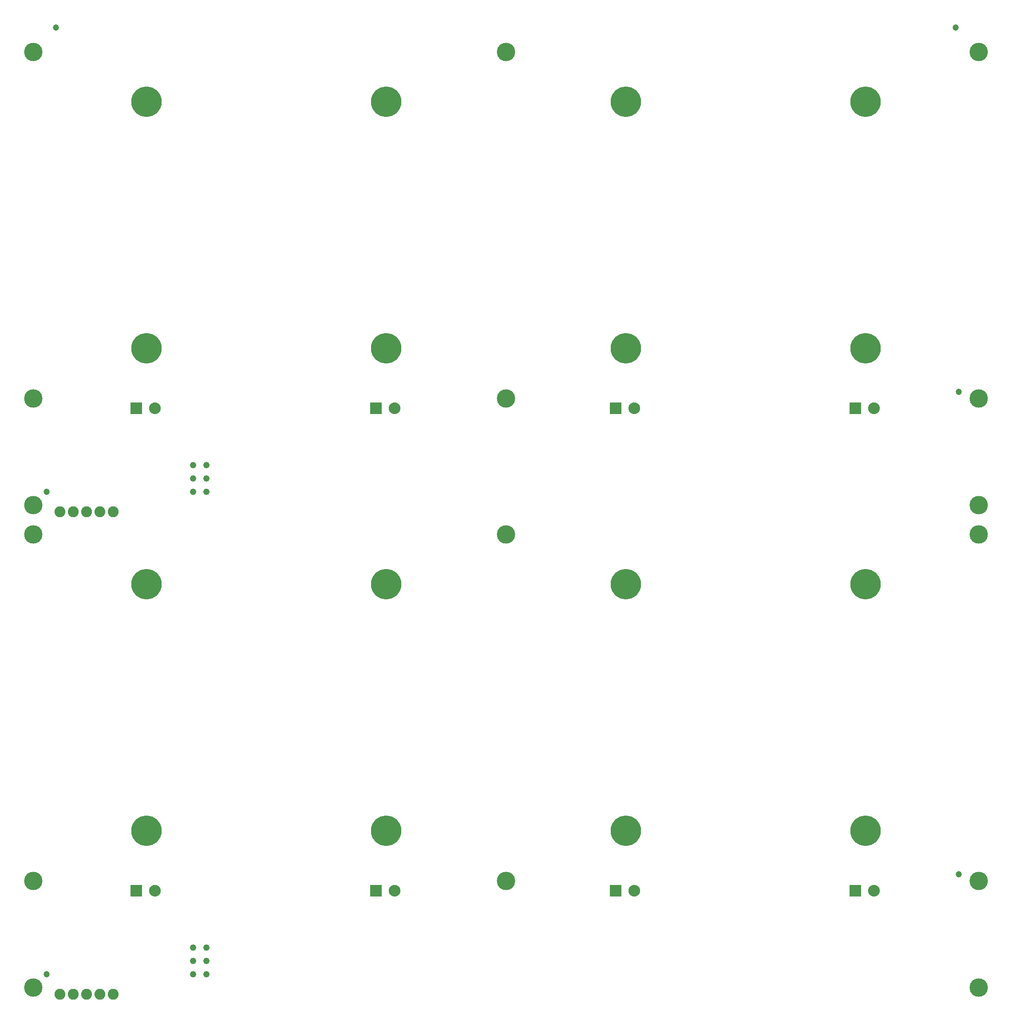
<source format=gbs>
G04 EAGLE Gerber RS-274X export*
G75*
%MOMM*%
%FSLAX34Y34*%
%LPD*%
%INSoldermask Bottom*%
%IPPOS*%
%AMOC8*
5,1,8,0,0,1.08239X$1,22.5*%
G01*
%ADD10C,1.203200*%
%ADD11C,2.082800*%
%ADD12C,1.221313*%
%ADD13C,3.505200*%
%ADD14R,2.235200X2.235200*%
%ADD15C,2.235200*%
%ADD16C,5.803200*%


D10*
X1790700Y241300D03*
X50800Y50800D03*
D11*
X152400Y12700D03*
X127000Y12700D03*
X101600Y12700D03*
X76200Y12700D03*
D12*
X355600Y50800D03*
X355600Y76200D03*
X355600Y101600D03*
X330200Y50800D03*
X330200Y76200D03*
X330200Y101600D03*
D13*
X1828800Y25400D03*
X25400Y228600D03*
X25400Y25400D03*
X1828800Y228600D03*
D14*
X1136650Y209550D03*
D15*
X1171650Y209550D03*
D16*
X1155700Y323800D03*
X1155700Y793700D03*
D14*
X1593850Y209550D03*
D15*
X1628850Y209550D03*
D16*
X1612900Y323800D03*
X1612900Y793700D03*
D14*
X679450Y209550D03*
D15*
X714450Y209550D03*
D16*
X698500Y323800D03*
X698500Y793700D03*
D14*
X222250Y209550D03*
D15*
X257250Y209550D03*
D16*
X241300Y323800D03*
X241300Y793700D03*
D11*
X177800Y12700D03*
D13*
X927100Y228600D03*
X1828800Y889000D03*
X927100Y889000D03*
X25400Y889000D03*
D10*
X1790700Y1160780D03*
X50800Y970280D03*
D11*
X152400Y932180D03*
X127000Y932180D03*
X101600Y932180D03*
X76200Y932180D03*
D12*
X355600Y970280D03*
X355600Y995680D03*
X355600Y1021080D03*
X330200Y970280D03*
X330200Y995680D03*
X330200Y1021080D03*
D13*
X1828800Y944880D03*
X25400Y1148080D03*
X25400Y944880D03*
X1828800Y1148080D03*
D14*
X1136650Y1129030D03*
D15*
X1171650Y1129030D03*
D16*
X1155700Y1243280D03*
X1155700Y1713180D03*
D14*
X1593850Y1129030D03*
D15*
X1628850Y1129030D03*
D16*
X1612900Y1243280D03*
X1612900Y1713180D03*
D14*
X679450Y1129030D03*
D15*
X714450Y1129030D03*
D16*
X698500Y1243280D03*
X698500Y1713180D03*
D14*
X222250Y1129030D03*
D15*
X257250Y1129030D03*
D16*
X241300Y1243280D03*
X241300Y1713180D03*
D11*
X177800Y932180D03*
D13*
X927100Y1148080D03*
X1828800Y1808480D03*
X927100Y1808480D03*
X25400Y1808480D03*
D10*
X68580Y1854835D03*
X1784985Y1854835D03*
M02*

</source>
